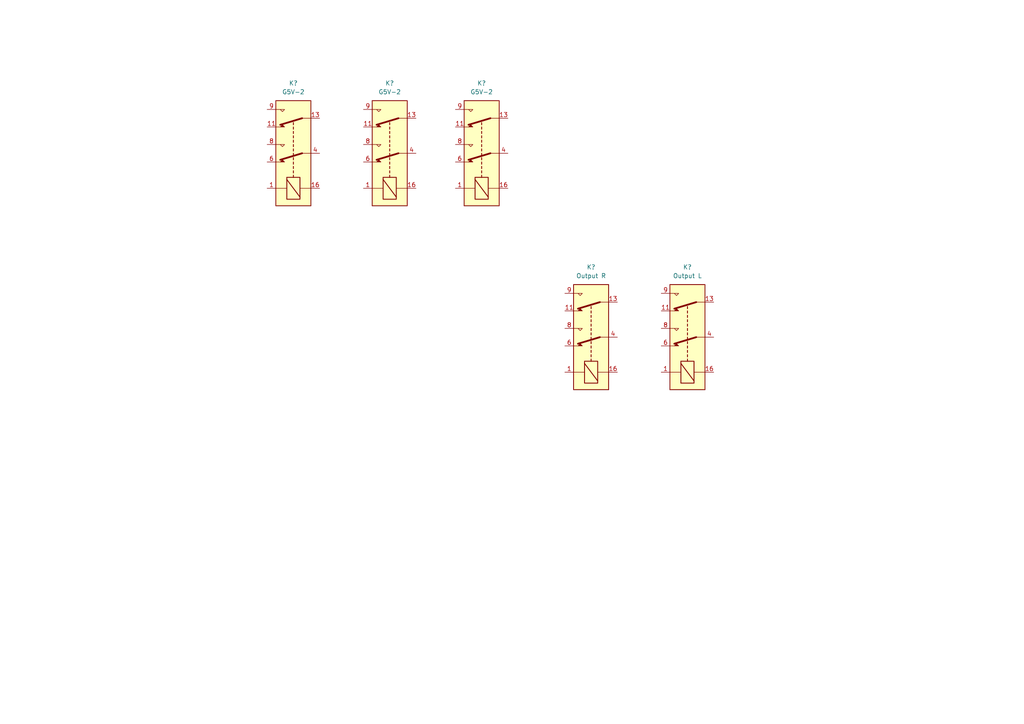
<source format=kicad_sch>
(kicad_sch (version 20211123) (generator eeschema)
  (paper "A4")
  (lib_symbols
    (symbol "Connector:TestPoint" (pin_numbers hide) (pin_names (offset 0.762) hide)
      (property "Reference" "TP" (at 0 6.858 0))
      (property "Value" "TestPoint" (at 0 5.08 0))
      (symbol "TestPoint_0_1"
        (circle (center 0 3.302) (radius 0.762))
      )
      (symbol "TestPoint_1_1"
        (pin passive line (at 0 0 90) (length 2.54) (name "1") (number "1"))
      )
    )
    (symbol "Device:C_Polarized_Small" (pin_numbers hide) (pin_names (offset 0.254) hide)
      (property "Reference" "C" (at 0.254 1.778 0))
      (property "Value" "C_Polarized_Small" (at 0.254 -2.032 0))
      (symbol "C_Polarized_Small_0_1"
        (rectangle (start -1.524 -0.3048) (end 1.524 -0.6858) (fill (type outline)))
        (rectangle (start -1.524 0.6858) (end 1.524 0.3048))
        (polyline (pts (xy -1.27 1.524) (xy -0.762 1.524)))
        (polyline (pts (xy -1.016 1.27) (xy -1.016 1.778)))
      )
      (symbol "C_Polarized_Small_1_1"
        (pin passive line (at 0 2.54 270) (length 1.8542) (name "~") (number "1"))
        (pin passive line (at 0 -2.54 90) (length 1.8542) (name "~") (number "2"))
      )
    )
    (symbol "Device:C_Small" (pin_numbers hide) (pin_names (offset 0.254) hide)
      (property "Reference" "C" (at 0.254 1.778 0))
      (property "Value" "C_Small" (at 0.254 -2.032 0))
      (symbol "C_Small_0_1"
        (polyline (pts (xy -1.524 -0.508) (xy 1.524 -0.508)) (stroke (width 0.3302)))
        (polyline (pts (xy -1.524 0.508) (xy 1.524 0.508)) (stroke (width 0.3048)))
      )
      (symbol "C_Small_1_1"
        (pin passive line (at 0 2.54 270) (length 2.032) (name "~") (number "1"))
        (pin passive line (at 0 -2.54 90) (length 2.032) (name "~") (number "2"))
      )
    )
    (symbol "Device:D_Small" (pin_numbers hide) (pin_names (offset 0.254) hide)
      (property "Reference" "D" (at -1.27 2.032 0))
      (property "Value" "D_Small" (at -3.81 -2.032 0))
      (symbol "D_Small_0_1"
        (polyline (pts (xy -0.762 -1.016) (xy -0.762 1.016)) (stroke (width 0.254)))
        (polyline (pts (xy -0.762 0) (xy 0.762 0)))
        (polyline (pts (xy 0.762 -1.016) (xy -0.762 0) (xy 0.762 1.016) (xy 0.762 -1.016)) (stroke (width 0.254)))
      )
      (symbol "D_Small_1_1"
        (pin passive line (at -2.54 0 0) (length 1.778) (name "K") (number "1"))
        (pin passive line (at 2.54 0 180) (length 1.778) (name "A") (number "2"))
      )
    )
    (symbol "Device:LED_Small" (pin_numbers hide) (pin_names (offset 0.254) hide)
      (property "Reference" "D" (at -1.27 3.175 0))
      (property "Value" "LED_Small" (at -4.445 -2.54 0))
      (symbol "LED_Small_0_1"
        (polyline (pts (xy -0.762 -1.016) (xy -0.762 1.016)) (stroke (width 0.254)))
        (polyline (pts (xy 1.016 0) (xy -0.762 0)))
        (polyline (pts (xy 0.762 -1.016) (xy -0.762 0) (xy 0.762 1.016) (xy 0.762 -1.016)) (stroke (width 0.254)))
        (polyline (pts (xy 0 0.762) (xy -0.508 1.27) (xy -0.254 1.27) (xy -0.508 1.27) (xy -0.508 1.016)))
        (polyline (pts (xy 0.508 1.27) (xy 0 1.778) (xy 0.254 1.778) (xy 0 1.778) (xy 0 1.524)))
      )
      (symbol "LED_Small_1_1"
        (pin passive line (at -2.54 0 0) (length 1.778) (name "K") (number "1"))
        (pin passive line (at 2.54 0 180) (length 1.778) (name "A") (number "2"))
      )
    )
    (symbol "Device:R_Small" (pin_numbers hide) (pin_names (offset 0.254) hide)
      (property "Reference" "R" (at 0.762 0.508 0))
      (property "Value" "R_Small" (at 0.762 -1.016 0))
      (symbol "R_Small_0_1"
        (rectangle (start -0.762 1.778) (end 0.762 -1.778) (stroke (width 0.2032)))
      )
      (symbol "R_Small_1_1"
        (pin passive line (at 0 2.54 270) (length 0.762) (name "~") (number "1"))
        (pin passive line (at 0 -2.54 90) (length 0.762) (name "~") (number "2"))
      )
    )
    (symbol "Relay:G5V-2"
      (property "Reference" "K" (at 16.51 3.81 0))
      (property "Value" "G5V-2" (at 16.51 1.27 0))
      (symbol "G5V-2_0_1"
        (rectangle (start -15.24 5.08) (end 15.24 -5.08) (stroke (width 0.254)) (fill (type background)))
        (rectangle (start -13.335 1.905) (end -6.985 -1.905) (stroke (width 0.254)))
        (polyline (pts (xy -12.7 -1.905) (xy -7.62 1.905)) (stroke (width 0.254)))
        (polyline (pts (xy -10.16 -5.08) (xy -10.16 -1.905)))
        (polyline (pts (xy -10.16 5.08) (xy -10.16 1.905)))
        (polyline (pts (xy -6.985 0) (xy -6.35 0)) (stroke (width 0.254)))
        (polyline (pts (xy -5.715 0) (xy -5.08 0)) (stroke (width 0.254)))
        (polyline (pts (xy -4.445 0) (xy -3.81 0)) (stroke (width 0.254)))
        (polyline (pts (xy -3.175 0) (xy -2.54 0)) (stroke (width 0.254)))
        (polyline (pts (xy -1.905 0) (xy -1.27 0)) (stroke (width 0.254)))
        (polyline (pts (xy -0.635 0) (xy 0 0)) (stroke (width 0.254)))
        (polyline (pts (xy 0 -2.54) (xy -1.905 3.81)) (stroke (width 0.508)))
        (polyline (pts (xy 0 -2.54) (xy 0 -5.08)))
        (polyline (pts (xy 0.635 0) (xy 1.27 0)) (stroke (width 0.254)))
        (polyline (pts (xy 1.905 0) (xy 2.54 0)) (stroke (width 0.254)))
        (polyline (pts (xy 3.175 0) (xy 3.81 0)) (stroke (width 0.254)))
        (polyline (pts (xy 4.445 0) (xy 5.08 0)) (stroke (width 0.254)))
        (polyline (pts (xy 5.715 0) (xy 6.35 0)) (stroke (width 0.254)))
        (polyline (pts (xy 6.985 0) (xy 7.62 0)) (stroke (width 0.254)))
        (polyline (pts (xy 8.255 0) (xy 8.89 0)) (stroke (width 0.254)))
        (polyline (pts (xy 10.16 -2.54) (xy 8.255 3.81)) (stroke (width 0.508)))
        (polyline (pts (xy 10.16 -2.54) (xy 10.16 -5.08)))
        (polyline (pts (xy -2.54 5.08) (xy -2.54 2.54) (xy -1.905 3.175) (xy -2.54 3.81)) (fill (type outline)))
        (polyline (pts (xy 2.54 5.08) (xy 2.54 2.54) (xy 1.905 3.175) (xy 2.54 3.81)))
        (polyline (pts (xy 7.62 5.08) (xy 7.62 2.54) (xy 8.255 3.175) (xy 7.62 3.81)) (fill (type outline)))
        (polyline (pts (xy 12.7 5.08) (xy 12.7 2.54) (xy 12.065 3.175) (xy 12.7 3.81)))
      )
      (symbol "G5V-2_1_1"
        (pin passive line (at -10.16 7.62 270) (length 2.54) (name "~") (number "1"))
        (pin passive line (at 7.62 7.62 270) (length 2.54) (name "~") (number "11"))
        (pin passive line (at 10.16 -7.62 90) (length 2.54) (name "~") (number "13"))
        (pin passive line (at -10.16 -7.62 90) (length 2.54) (name "~") (number "16"))
        (pin passive line (at 0 -7.62 90) (length 2.54) (name "~") (number "4"))
        (pin passive line (at -2.54 7.62 270) (length 2.54) (name "~") (number "6"))
        (pin passive line (at 2.54 7.62 270) (length 2.54) (name "~") (number "8"))
        (pin passive line (at 12.7 7.62 270) (length 2.54) (name "~") (number "9"))
      )
    )
    (symbol "Switch:SW_Push" (pin_numbers hide) (pin_names (offset 1.016) hide)
      (property "Reference" "SW" (at 1.27 2.54 0))
      (property "Value" "SW_Push" (at 0 -1.524 0))
      (symbol "SW_Push_0_1"
        (circle (center -2.032 0) (radius 0.508))
        (polyline (pts (xy 0 1.27) (xy 0 3.048)))
        (polyline (pts (xy 2.54 1.27) (xy -2.54 1.27)))
        (circle (center 2.032 0) (radius 0.508))
        (pin passive line (at -5.08 0 0) (length 2.54) (name "1") (number "1"))
        (pin passive line (at 5.08 0 180) (length 2.54) (name "2") (number "2"))
      )
    )
  )
  (symbol (lib_id "Device:D_Small") (at -21.59 29.21 0) (unit 1)
    (property "Reference" "D?" (at -21.59 24.2275 0))
    (property "Value" "D_Small" (at -21.59 27.0026 0))
  )
  (symbol (lib_id "Relay:G5V-2") (at 199.39 97.79 90) (unit 1)
    (property "Reference" "K?" (at 199.39 77.47 90))
    (property "Value" "Output L" (at 199.39 80.01 90))
    (property "Footprint" "Relay_THT:Relay_DPDT_Omron_G5V-2" (effects hide))
    (property "Datasheet" "http://omronfs.omron.com/en_US/ecb/products/pdf/en-g5v_2.pdf" (effects hide))
  )
  (symbol (lib_id "Device:C_Polarized_Small") (at -44.45 33.02 0) (unit 1)
    (property "Reference" "C?" (at -42.291 31.5654 0) (effects (justify left)))
    (property "Value" "C_Polarized_Small" (at -42.291 34.3405 0) (effects (justify left)))
  )
  (symbol (lib_id "Relay:G5V-2") (at 139.7 44.45 90) (unit 1)
    (property "Reference" "K?" (at 139.7 24.13 90))
    (property "Value" "G5V-2" (at 139.7 26.67 90))
    (property "Footprint" "Relay_THT:Relay_DPDT_Omron_G5V-2" (effects hide))
    (property "Datasheet" "http://omronfs.omron.com/en_US/ecb/products/pdf/en-g5v_2.pdf" (effects hide))
  )
  (symbol (lib_id "Connector:TestPoint") (at -55.88 22.86 0) (unit 1)
    (property "Reference" "TP?" (at -54.483 18.6495 0) (effects (justify left)))
    (property "Value" "TestPoint" (at -54.483 21.4246 0) (effects (justify left)))
  )
  (symbol (lib_id "Relay:G5V-2") (at 171.45 97.79 90) (unit 1)
    (property "Reference" "K?" (at 171.45 77.47 90))
    (property "Value" "Output R" (at 171.45 80.01 90))
    (property "Footprint" "Relay_THT:Relay_DPDT_Omron_G5V-2" (effects hide))
    (property "Datasheet" "http://omronfs.omron.com/en_US/ecb/products/pdf/en-g5v_2.pdf" (effects hide))
  )
  (symbol (lib_id "Switch:SW_Push") (at -53.34 63.5 0) (unit 1)
    (property "Reference" "SW?" (at -53.34 56.6125 0))
    (property "Value" "OMR B3F-1050" (at -53.34 59.3876 0))
  )
  (symbol (lib_id "Relay:G5V-2") (at 113.03 44.45 90) (unit 1)
    (property "Reference" "K?" (at 113.03 24.13 90))
    (property "Value" "G5V-2" (at 113.03 26.67 90))
    (property "Footprint" "Relay_THT:Relay_DPDT_Omron_G5V-2" (effects hide))
    (property "Datasheet" "http://omronfs.omron.com/en_US/ecb/products/pdf/en-g5v_2.pdf" (effects hide))
  )
  (symbol (lib_id "Device:R_Small") (at -33.02 29.21 180) (unit 1)
    (property "Reference" "R?" (at -31.5214 28.3015 0) (effects (justify right)))
    (property "Value" "R_Small" (at -31.5214 31.0766 0) (effects (justify right)))
  )
  (symbol (lib_id "Device:C_Small") (at -74.93 31.75 0) (unit 1)
    (property "Reference" "C?" (at -72.6059 30.8478 0) (effects (justify left)))
    (property "Value" "0,1uF" (at -72.6059 33.6229 0) (effects (justify left)))
  )
  (symbol (lib_id "Relay:G5V-2") (at 85.09 44.45 90) (unit 1)
    (property "Reference" "K?" (at 85.09 24.13 90))
    (property "Value" "G5V-2" (at 85.09 26.67 90))
    (property "Footprint" "Relay_THT:Relay_DPDT_Omron_G5V-2" (effects hide))
    (property "Datasheet" "http://omronfs.omron.com/en_US/ecb/products/pdf/en-g5v_2.pdf" (effects hide))
  )
  (symbol (lib_id "Device:LED_Small") (at -12.7 26.67 90) (unit 1)
    (property "Reference" "D?" (at -10.922 25.698 90) (effects (justify right)))
    (property "Value" "LED_Small" (at -10.922 28.4731 90) (effects (justify right)))
  )
)
</source>
